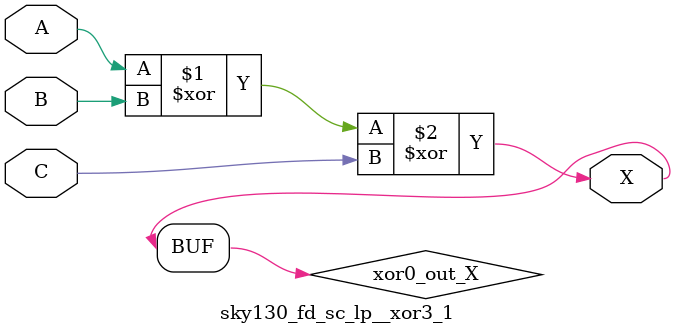
<source format=v>
/*
 * Copyright 2020 The SkyWater PDK Authors
 *
 * Licensed under the Apache License, Version 2.0 (the "License");
 * you may not use this file except in compliance with the License.
 * You may obtain a copy of the License at
 *
 *     https://www.apache.org/licenses/LICENSE-2.0
 *
 * Unless required by applicable law or agreed to in writing, software
 * distributed under the License is distributed on an "AS IS" BASIS,
 * WITHOUT WARRANTIES OR CONDITIONS OF ANY KIND, either express or implied.
 * See the License for the specific language governing permissions and
 * limitations under the License.
 *
 * SPDX-License-Identifier: Apache-2.0
*/


`ifndef SKY130_FD_SC_LP__XOR3_1_FUNCTIONAL_V
`define SKY130_FD_SC_LP__XOR3_1_FUNCTIONAL_V

/**
 * xor3: 3-input exclusive OR.
 *
 *       X = A ^ B ^ C
 *
 * Verilog simulation functional model.
 */

`timescale 1ns / 1ps
`default_nettype none

`celldefine
module sky130_fd_sc_lp__xor3_1 (
    X,
    A,
    B,
    C
);

    // Module ports
    output X;
    input  A;
    input  B;
    input  C;

    // Local signals
    wire xor0_out_X;

    //  Name  Output      Other arguments
    xor xor0 (xor0_out_X, A, B, C        );
    buf buf0 (X         , xor0_out_X     );

endmodule
`endcelldefine

`default_nettype wire
`endif  // SKY130_FD_SC_LP__XOR3_1_FUNCTIONAL_V

</source>
